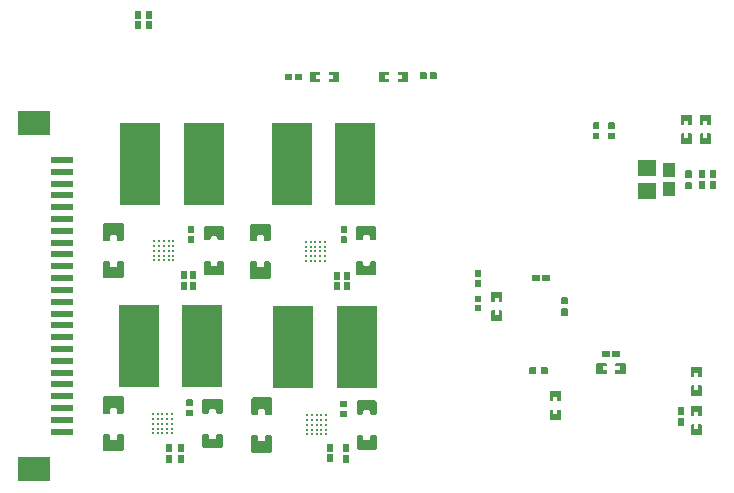
<source format=gbp>
G04*
G04 #@! TF.GenerationSoftware,Altium Limited,Altium Designer,23.1.1 (15)*
G04*
G04 Layer_Color=128*
%FSLAX44Y44*%
%MOMM*%
G71*
G04*
G04 #@! TF.SameCoordinates,D1EA7B9B-11C4-41B5-954D-5070AA3C9977*
G04*
G04*
G04 #@! TF.FilePolarity,Positive*
G04*
G01*
G75*
%ADD32R,0.6600X0.6200*%
%ADD35R,0.6200X0.6600*%
%ADD39R,1.0121X1.1581*%
%ADD170C,0.2000*%
%ADD173R,3.5000X7.0000*%
%ADD174R,0.4725X0.5153*%
%ADD175R,1.5500X1.4500*%
%ADD176R,1.9000X0.6000*%
%ADD177R,2.8000X2.1000*%
G36*
X334298Y449340D02*
X334298Y444740D01*
X333898Y444340D01*
X328892D01*
X328492Y444740D01*
Y449340D01*
X328892Y449740D01*
X333898D01*
X334298Y449340D01*
D02*
G37*
G36*
X325792D02*
X325792Y444740D01*
X325392Y444340D01*
X320385Y444340D01*
X319985Y444740D01*
Y449340D01*
X320385Y449740D01*
X325392D01*
X325792Y449340D01*
D02*
G37*
G36*
X365596Y451040D02*
X365596Y443040D01*
X365096Y442540D01*
X357196D01*
X356696Y443040D01*
Y445460D01*
X360496D01*
X360496Y448760D01*
X356696D01*
X356696Y451040D01*
X357196Y451540D01*
X365096D01*
X365596Y451040D01*
D02*
G37*
G36*
X349696D02*
Y448760D01*
X345996D01*
X345996Y445460D01*
X349696D01*
Y443040D01*
X349196Y442540D01*
X341196D01*
X340696Y443040D01*
Y451040D01*
X341196Y451540D01*
X349196D01*
X349696Y451040D01*
D02*
G37*
G36*
X408116D02*
Y448760D01*
X404416D01*
X404416Y445460D01*
X408116D01*
Y443040D01*
X407616Y442540D01*
X399616Y442540D01*
X399116Y443040D01*
Y451040D01*
X399616Y451540D01*
X407616D01*
X408116Y451040D01*
D02*
G37*
G36*
X372270Y320446D02*
Y315440D01*
X371870Y315040D01*
X367270D01*
X366870Y315440D01*
Y320446D01*
X367270Y320846D01*
X371870D01*
X372270Y320446D01*
D02*
G37*
G36*
X242788Y320127D02*
Y315121D01*
X242388Y314721D01*
X237788D01*
X237388Y315121D01*
Y320127D01*
X237788Y320527D01*
X242388D01*
X242788Y320127D01*
D02*
G37*
G36*
X397125Y319997D02*
Y309922D01*
X396125Y308922D01*
X392512D01*
X391512Y309922D01*
Y312028D01*
X390512Y313028D01*
X386728D01*
X385728Y312028D01*
Y309922D01*
X384728Y308922D01*
X381115D01*
X380115Y309922D01*
Y319997D01*
X381115Y320997D01*
X396125D01*
X397125Y319997D01*
D02*
G37*
G36*
X268201Y319678D02*
Y309603D01*
X267201Y308603D01*
X263588D01*
X262588Y309603D01*
Y311709D01*
X261588Y312709D01*
X257805D01*
X256805Y311709D01*
Y309603D01*
X255805Y308603D01*
X252191D01*
X251191Y309603D01*
Y319678D01*
X252191Y320678D01*
X267201D01*
X268201Y319678D01*
D02*
G37*
G36*
X183208Y322203D02*
Y309353D01*
X182208Y308353D01*
X178505D01*
X177505Y309353D01*
Y312402D01*
X176505Y313402D01*
X172630D01*
X171630Y312402D01*
Y309353D01*
X170630Y308353D01*
X166928D01*
X165928Y309353D01*
Y322203D01*
X166928Y323203D01*
X182208D01*
X183208Y322203D01*
D02*
G37*
G36*
X307668Y321691D02*
Y308841D01*
X306668Y307841D01*
X302965D01*
X301965Y308841D01*
Y311890D01*
X300965Y312890D01*
X297090D01*
X296090Y311890D01*
Y308841D01*
X295090Y307841D01*
X291388D01*
X290388Y308841D01*
Y321691D01*
X291388Y322691D01*
X306668D01*
X307668Y321691D01*
D02*
G37*
G36*
X372270Y311940D02*
Y306934D01*
X371870Y306534D01*
X367270D01*
X366870Y306934D01*
Y311940D01*
X367270Y312340D01*
X371870D01*
X372270Y311940D01*
D02*
G37*
G36*
X242788Y311621D02*
Y306614D01*
X242388Y306214D01*
X237788D01*
X237388Y306614D01*
Y311621D01*
X237788Y312021D01*
X242388D01*
X242788Y311621D01*
D02*
G37*
G36*
X397125Y290422D02*
Y280347D01*
X396125Y279347D01*
X381115D01*
X380115Y280347D01*
Y290422D01*
X381115Y291422D01*
X384728D01*
X385728Y290422D01*
Y288316D01*
X386728Y287316D01*
X390512D01*
X391512Y288316D01*
Y290422D01*
X392512Y291422D01*
X396125D01*
X397125Y290422D01*
D02*
G37*
G36*
X268201Y290103D02*
Y280028D01*
X267201Y279028D01*
X252191D01*
X251191Y280028D01*
Y290103D01*
X252191Y291103D01*
X255805D01*
X256805Y290103D01*
Y287997D01*
X257805Y286997D01*
X261588D01*
X262588Y287997D01*
Y290103D01*
X263588Y291103D01*
X267201D01*
X268201Y290103D01*
D02*
G37*
G36*
X183208Y290353D02*
Y277503D01*
X182208Y276503D01*
X166928D01*
X165928Y277503D01*
Y290353D01*
X166928Y291353D01*
X170630D01*
X171630Y290353D01*
Y287304D01*
X172630Y286304D01*
X176505D01*
X177505Y287304D01*
Y290353D01*
X178505Y291353D01*
X182208D01*
X183208Y290353D01*
D02*
G37*
G36*
X307668Y289841D02*
Y276991D01*
X306668Y275991D01*
X291388D01*
X290388Y276991D01*
Y289841D01*
X291388Y290841D01*
X295090D01*
X296090Y289841D01*
Y286792D01*
X297090Y285792D01*
X300965D01*
X301965Y286792D01*
Y289841D01*
X302965Y290841D01*
X306668D01*
X307668Y289841D01*
D02*
G37*
G36*
X241518Y173565D02*
Y168559D01*
X241118Y168159D01*
X236518D01*
X236118Y168559D01*
Y173565D01*
X236518Y173965D01*
X241118D01*
X241518Y173565D01*
D02*
G37*
G36*
X372025Y172674D02*
Y167668D01*
X371625Y167268D01*
X367025D01*
X366625Y167668D01*
Y172674D01*
X367025Y173074D01*
X371625D01*
X372025Y172674D01*
D02*
G37*
G36*
X266931Y173116D02*
Y163041D01*
X265931Y162041D01*
X262318D01*
X261318Y163041D01*
Y165147D01*
X260318Y166147D01*
X256535D01*
X255535Y165147D01*
Y163041D01*
X254535Y162041D01*
X250921D01*
X249921Y163041D01*
Y173116D01*
X250921Y174116D01*
X265931D01*
X266931Y173116D01*
D02*
G37*
G36*
X183208Y175641D02*
Y162791D01*
X182208Y161791D01*
X178505D01*
X177505Y162791D01*
Y165840D01*
X176505Y166840D01*
X172630D01*
X171630Y165840D01*
Y162791D01*
X170630Y161791D01*
X166928D01*
X165928Y162791D01*
Y175641D01*
X166928Y176641D01*
X182208D01*
X183208Y175641D01*
D02*
G37*
G36*
X397438Y172225D02*
Y162150D01*
X396438Y161150D01*
X392825D01*
X391825Y162150D01*
Y164256D01*
X390825Y165256D01*
X387042D01*
X386042Y164256D01*
Y162150D01*
X385042Y161150D01*
X381428D01*
X380429Y162150D01*
Y172225D01*
X381428Y173225D01*
X396438D01*
X397438Y172225D01*
D02*
G37*
G36*
X308635Y174750D02*
Y161900D01*
X307635Y160900D01*
X303932D01*
X302932Y161900D01*
Y164949D01*
X301932Y165949D01*
X298057D01*
X297057Y164949D01*
Y161900D01*
X296057Y160900D01*
X292355D01*
X291355Y161900D01*
Y174750D01*
X292355Y175750D01*
X307635D01*
X308635Y174750D01*
D02*
G37*
G36*
X241518Y165059D02*
Y160053D01*
X241118Y159652D01*
X236518D01*
X236118Y160053D01*
Y165059D01*
X236518Y165459D01*
X241118D01*
X241518Y165059D01*
D02*
G37*
G36*
X372025Y164168D02*
Y159161D01*
X371625Y158761D01*
X367025D01*
X366625Y159161D01*
Y164168D01*
X367025Y164568D01*
X371625D01*
X372025Y164168D01*
D02*
G37*
G36*
X266931Y143541D02*
Y133466D01*
X265931Y132466D01*
X250921D01*
X249921Y133466D01*
Y143541D01*
X250921Y144541D01*
X254535D01*
X255535Y143541D01*
Y141435D01*
X256535Y140435D01*
X260318D01*
X261318Y141435D01*
Y143541D01*
X262318Y144541D01*
X265931D01*
X266931Y143541D01*
D02*
G37*
G36*
X183208Y143791D02*
Y130941D01*
X182208Y129941D01*
X166928D01*
X165928Y130941D01*
Y143791D01*
X166928Y144791D01*
X170630D01*
X171630Y143791D01*
Y140742D01*
X172630Y139742D01*
X176505D01*
X177505Y140742D01*
Y143791D01*
X178505Y144791D01*
X182208D01*
X183208Y143791D01*
D02*
G37*
G36*
X397438Y142650D02*
Y132575D01*
X396438Y131575D01*
X381428D01*
X380429Y132575D01*
Y142650D01*
X381428Y143650D01*
X385042D01*
X386042Y142650D01*
Y140544D01*
X387042Y139544D01*
X390825D01*
X391825Y140544D01*
Y142650D01*
X392825Y143650D01*
X396438D01*
X397438Y142650D01*
D02*
G37*
G36*
X308635Y142900D02*
Y130050D01*
X307635Y129050D01*
X292355D01*
X291355Y130050D01*
Y142900D01*
X292355Y143900D01*
X296057D01*
X297057Y142900D01*
Y139851D01*
X298057Y138851D01*
X301932D01*
X302932Y139851D01*
Y142900D01*
X303932Y143900D01*
X307635D01*
X308635Y142900D01*
D02*
G37*
G36*
X485808Y274358D02*
Y269352D01*
X485408Y268952D01*
X480808D01*
X480408Y269352D01*
Y274358D01*
X480808Y274758D01*
X485408D01*
X485808Y274358D01*
D02*
G37*
G36*
X503510Y264772D02*
Y256873D01*
X503010Y256373D01*
X500589D01*
X500589Y260173D01*
X497290Y260173D01*
X497290Y256373D01*
X495010D01*
X494510Y256873D01*
Y264772D01*
X495010Y265273D01*
X503010Y265273D01*
X503510Y264772D01*
D02*
G37*
G36*
X559010Y260122D02*
Y255323D01*
X558510Y254623D01*
X554010D01*
X553510Y255323D01*
Y260122D01*
X554010Y260623D01*
X558510D01*
X559010Y260122D01*
D02*
G37*
G36*
X503010Y249373D02*
X503510Y248873D01*
X503510Y240873D01*
X503010Y240373D01*
X495010D01*
X494510Y240872D01*
Y248873D01*
X495010Y249373D01*
X497290Y249373D01*
X497290Y245673D01*
X500589Y245673D01*
Y249373D01*
X503010Y249373D01*
D02*
G37*
G36*
X559010Y250323D02*
Y245522D01*
X558510Y245022D01*
X554010D01*
X553510Y245522D01*
Y250323D01*
X554010Y251022D01*
X558510D01*
X559010Y250323D01*
D02*
G37*
G36*
X608278Y204230D02*
Y196230D01*
X607778Y195730D01*
X599878Y195730D01*
X599378Y196230D01*
Y198650D01*
X603178Y198650D01*
Y201950D01*
X599378D01*
X599378Y204230D01*
X599878Y204730D01*
X607778D01*
X608278Y204230D01*
D02*
G37*
G36*
X542231Y200860D02*
Y196360D01*
X541731Y195860D01*
X536931D01*
X536231Y196360D01*
Y200860D01*
X536931Y201360D01*
X541731D01*
X542231Y200860D01*
D02*
G37*
G36*
X532631D02*
Y196360D01*
X531931Y195860D01*
X527131D01*
X526631Y196360D01*
Y200860D01*
X527131Y201360D01*
X531931D01*
X532631Y200860D01*
D02*
G37*
G36*
X591878Y204730D02*
X592378Y204230D01*
Y201950D01*
X588678D01*
Y198650D01*
X592378Y198650D01*
Y196230D01*
X591878Y195730D01*
X583878Y195730D01*
X583378Y196230D01*
Y204230D01*
X583878Y204730D01*
X591878Y204730D01*
D02*
G37*
G36*
X672520Y201266D02*
Y193366D01*
X672020Y192866D01*
X669600D01*
Y196666D01*
X666300D01*
Y192866D01*
X664020D01*
X663520Y193366D01*
Y201266D01*
X664020Y201766D01*
X672020D01*
X672520Y201266D01*
D02*
G37*
G36*
Y185366D02*
Y177366D01*
X672020Y176866D01*
X664020D01*
X663520Y177366D01*
Y185366D01*
X664020Y185866D01*
X666300D01*
Y182166D01*
X669600D01*
Y185866D01*
X672020D01*
X672520Y185366D01*
D02*
G37*
G36*
X553140Y180860D02*
X553140Y172960D01*
X552640Y172460D01*
X550220D01*
Y176260D01*
X546920Y176260D01*
Y172460D01*
X544640Y172460D01*
X544140Y172960D01*
Y180860D01*
X544640Y181360D01*
X552640Y181360D01*
X553140Y180860D01*
D02*
G37*
G36*
Y164960D02*
Y156960D01*
X552640Y156460D01*
X544640D01*
X544140Y156960D01*
Y164960D01*
X544640Y165460D01*
X546920D01*
Y161760D01*
X550220Y161760D01*
Y165460D01*
X552640D01*
X553140Y164960D01*
D02*
G37*
G36*
X672520Y168246D02*
Y160346D01*
X672020Y159846D01*
X669600D01*
Y163646D01*
X666300D01*
Y159846D01*
X664020D01*
X663520Y160346D01*
Y168246D01*
X664020Y168746D01*
X672020D01*
X672520Y168246D01*
D02*
G37*
G36*
Y152346D02*
Y144346D01*
X672020Y143846D01*
X664020D01*
X663520Y144346D01*
Y152346D01*
X664020Y152846D01*
X666300D01*
Y149146D01*
X669600D01*
Y152846D01*
X672020D01*
X672520Y152346D01*
D02*
G37*
G36*
X448365Y450610D02*
Y446010D01*
X447965Y445610D01*
X442958D01*
X442558Y446010D01*
Y450610D01*
X442958Y451010D01*
X447965D01*
X448365Y450610D01*
D02*
G37*
G36*
X439858D02*
Y446010D01*
X439458Y445610D01*
X434452D01*
X434052Y446010D01*
Y450610D01*
X434452Y451010D01*
X439458D01*
X439858Y450610D01*
D02*
G37*
G36*
X424016Y451040D02*
X424016Y443040D01*
X423516Y442540D01*
X415616Y442540D01*
X415116Y443040D01*
Y445460D01*
X418916D01*
X418916Y448760D01*
X415116D01*
X415116Y451040D01*
X415616Y451540D01*
X423516D01*
X424016Y451040D01*
D02*
G37*
G36*
X663634Y415126D02*
X664134Y414626D01*
Y406726D01*
X663634Y406226D01*
X661214D01*
Y410026D01*
X657914Y410026D01*
Y406226D01*
X655634Y406226D01*
X655134Y406726D01*
Y414626D01*
X655634Y415126D01*
X663634Y415126D01*
D02*
G37*
G36*
X680140Y414626D02*
X680140Y406726D01*
X679640Y406226D01*
X677220D01*
X677220Y410026D01*
X673920Y410026D01*
X673920Y406226D01*
X671640D01*
X671140Y406726D01*
Y414626D01*
X671640Y415126D01*
X679640D01*
X680140Y414626D01*
D02*
G37*
G36*
X598838Y408066D02*
X598838Y403060D01*
X598438Y402660D01*
X593838Y402660D01*
X593438Y403060D01*
X593438Y408066D01*
X593838Y408466D01*
X598438D01*
X598838Y408066D01*
D02*
G37*
G36*
X586072D02*
X586072Y403060D01*
X585672Y402660D01*
X581072Y402660D01*
X580672Y403060D01*
Y408066D01*
X581072Y408466D01*
X585672D01*
X586072Y408066D01*
D02*
G37*
G36*
X679640Y399226D02*
X680140Y398726D01*
X680140Y390726D01*
X679640Y390226D01*
X671640D01*
X671140Y390726D01*
Y398726D01*
X671640Y399226D01*
X673920Y399226D01*
X673920Y395526D01*
X677220Y395526D01*
Y399226D01*
X679640Y399226D01*
D02*
G37*
G36*
X664134Y398726D02*
X664134Y390726D01*
X663634Y390226D01*
X655634D01*
X655134Y390726D01*
X655134Y398726D01*
X655634Y399226D01*
X657914D01*
X657914Y395526D01*
X661214Y395526D01*
Y399226D01*
X663634D01*
X664134Y398726D01*
D02*
G37*
G36*
X598838Y399560D02*
X598838Y394553D01*
X598438Y394153D01*
X593838D01*
X593438Y394553D01*
Y399560D01*
X593838Y399960D01*
X598438D01*
X598838Y399560D01*
D02*
G37*
G36*
X586072D02*
Y394553D01*
X585672Y394153D01*
X581072D01*
X580672Y394553D01*
Y399560D01*
X581072Y399960D01*
X585672D01*
X586072Y399560D01*
D02*
G37*
G36*
X664104Y367390D02*
Y362590D01*
X663604Y361890D01*
X659104D01*
X658604Y362590D01*
Y367390D01*
X659104Y367890D01*
X663604D01*
X664104Y367390D01*
D02*
G37*
G36*
Y357590D02*
Y352790D01*
X663604Y352290D01*
X659104D01*
X658604Y352790D01*
Y357590D01*
X659104Y358290D01*
X663604D01*
X664104Y357590D01*
D02*
G37*
G36*
X485808Y282865D02*
Y277858D01*
X485408Y277458D01*
X480808D01*
X480408Y277858D01*
Y282865D01*
X480808Y283265D01*
X485408D01*
X485808Y282865D01*
D02*
G37*
D32*
X541020Y276860D02*
D03*
X532220D02*
D03*
X591230Y212090D02*
D03*
X600030Y212090D02*
D03*
D35*
X371701Y132603D02*
D03*
Y123803D02*
D03*
X357617Y132841D02*
D03*
Y124041D02*
D03*
X363836Y269769D02*
D03*
Y278569D02*
D03*
X372726Y269769D02*
D03*
Y278569D02*
D03*
X221596Y123719D02*
D03*
Y132519D02*
D03*
X231756Y123719D02*
D03*
Y132519D02*
D03*
X234296Y270281D02*
D03*
Y279081D02*
D03*
X241916Y270281D02*
D03*
Y279081D02*
D03*
X655320Y155030D02*
D03*
Y163830D02*
D03*
X672488Y355690D02*
D03*
Y364490D02*
D03*
X681990Y355690D02*
D03*
Y364490D02*
D03*
X204980Y499465D02*
D03*
Y490665D02*
D03*
X195478Y499465D02*
D03*
Y490665D02*
D03*
D39*
X644545Y351820D02*
D03*
Y368360D02*
D03*
D170*
X209283Y291853D02*
D03*
X213283D02*
D03*
X217283D02*
D03*
X221283D02*
D03*
X225283D02*
D03*
X209283Y295853D02*
D03*
X213283D02*
D03*
X217283D02*
D03*
X221283D02*
D03*
X225283D02*
D03*
X209283Y299853D02*
D03*
X213283D02*
D03*
X217283D02*
D03*
X221283D02*
D03*
X225283D02*
D03*
X209283Y303853D02*
D03*
X213283D02*
D03*
X217283D02*
D03*
X221283D02*
D03*
X225283D02*
D03*
X209283Y307853D02*
D03*
X213283D02*
D03*
X217283D02*
D03*
X221283D02*
D03*
X225283D02*
D03*
X353553Y307341D02*
D03*
X349553D02*
D03*
X345553D02*
D03*
X341553D02*
D03*
X337553D02*
D03*
X353553Y303341D02*
D03*
X349553D02*
D03*
X345553D02*
D03*
X341553D02*
D03*
X337553D02*
D03*
X353553Y299341D02*
D03*
X349553D02*
D03*
X345553D02*
D03*
X341553D02*
D03*
X337553D02*
D03*
X353553Y295341D02*
D03*
X349553D02*
D03*
X345553D02*
D03*
X341553D02*
D03*
X337553D02*
D03*
X353553Y291341D02*
D03*
X349553D02*
D03*
X345553D02*
D03*
X341553D02*
D03*
X337553D02*
D03*
X208013Y145291D02*
D03*
X212013D02*
D03*
X216013D02*
D03*
X220013D02*
D03*
X224013D02*
D03*
X208013Y149291D02*
D03*
X212013D02*
D03*
X216013D02*
D03*
X220013D02*
D03*
X224013D02*
D03*
X208013Y153291D02*
D03*
X212013D02*
D03*
X216013D02*
D03*
X220013D02*
D03*
X224013D02*
D03*
X208013Y157291D02*
D03*
X212013D02*
D03*
X216013D02*
D03*
X220013D02*
D03*
X224013D02*
D03*
X208013Y161291D02*
D03*
X212013D02*
D03*
X216013D02*
D03*
X220013D02*
D03*
X224013D02*
D03*
X354520Y160400D02*
D03*
X350520D02*
D03*
X346520D02*
D03*
X342520D02*
D03*
X338520D02*
D03*
X354520Y156400D02*
D03*
X350520D02*
D03*
X346520D02*
D03*
X342520D02*
D03*
X338520D02*
D03*
X354520Y152400D02*
D03*
X350520D02*
D03*
X346520D02*
D03*
X342520D02*
D03*
X338520D02*
D03*
X354520Y148400D02*
D03*
X350520D02*
D03*
X346520D02*
D03*
X342520D02*
D03*
X338520D02*
D03*
X354520Y144400D02*
D03*
X350520D02*
D03*
X346520D02*
D03*
X342520D02*
D03*
X338520D02*
D03*
D173*
X249867Y219004D02*
D03*
X195866D02*
D03*
X380374Y217988D02*
D03*
X326373D02*
D03*
X379407Y373061D02*
D03*
X325406D02*
D03*
X251137D02*
D03*
X197136D02*
D03*
D174*
X483108Y251305D02*
D03*
Y258876D02*
D03*
D175*
X625989Y369590D02*
D03*
Y350590D02*
D03*
D176*
X130819Y146728D02*
D03*
Y156728D02*
D03*
Y166728D02*
D03*
Y176728D02*
D03*
Y186728D02*
D03*
Y196728D02*
D03*
Y206728D02*
D03*
Y216728D02*
D03*
Y226728D02*
D03*
Y236728D02*
D03*
Y246728D02*
D03*
Y256728D02*
D03*
Y266728D02*
D03*
Y276728D02*
D03*
Y286728D02*
D03*
Y296728D02*
D03*
Y306728D02*
D03*
Y316728D02*
D03*
Y326728D02*
D03*
Y336728D02*
D03*
Y346728D02*
D03*
Y356728D02*
D03*
Y366728D02*
D03*
Y376728D02*
D03*
D177*
X107319Y115228D02*
D03*
Y408227D02*
D03*
M02*

</source>
